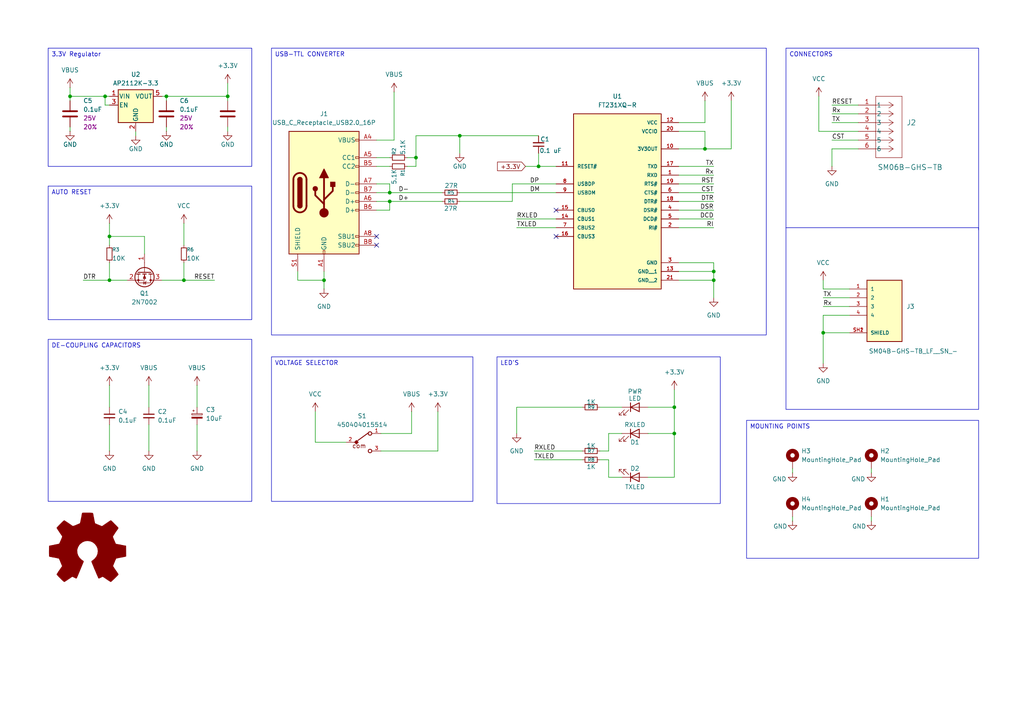
<source format=kicad_sch>
(kicad_sch (version 20250114) (generator "eeschema") (generator_version "9.0")
  (paper "A4")
  (title_block (title "USB-TTL Converter") (date "2025-06-29") (rev "0.1") (company "TeraVolt Labs"))
  (lib_symbols
    (symbol "450404015514:450404015514" (pin_names (offset 1.016))
      (property "Reference" "S" (at 2.14 4.11 0))
      (property "Value" "450404015514" (at -2.41 -5.12 0))
      (symbol "450404015514_0_0"
        (text "com" (at -3.3 -1.8 0) (effects (font (size 1.27 1.27)) (justify left bottom)))
        (pin passive line (at -5.08 0 0) (length 2.54) (name "~") (number "2"))
        (pin passive line (at 5.08 2.54 180) (length 2.54) (name "~") (number "1"))
        (pin passive line (at 5.08 -2.54 180) (length 2.54) (name "~") (number "3"))
      )
    )
    (symbol "Connector:USB_C_Receptacle_USB2.0_16P" (pin_names (offset 1.016))
      (property "Reference" "J" (at 0 22.225 0))
      (property "Value" "USB_C_Receptacle_USB2.0_16P" (at 0 19.685 0))
      (symbol "USB_C_Receptacle_USB2.0_16P_1_1"
        (pin passive line (at -7.62 -22.86 90) (length 5.08) (name "SHIELD") (number "S1"))
        (pin passive line (at 0 -22.86 90) (length 5.08) (name "GND") (number "A1"))
        (pin passive line (at 0 -22.86 90) (length 5.08) (hide yes) (name "GND") (number "A12"))
        (pin passive line (at 0 -22.86 90) (length 5.08) (hide yes) (name "GND") (number "B1"))
        (pin passive line (at 0 -22.86 90) (length 5.08) (hide yes) (name "GND") (number "B12"))
        (pin passive line (at 15.24 15.24 180) (length 5.08) (name "VBUS") (number "A4"))
        (pin passive line (at 15.24 15.24 180) (length 5.08) (hide yes) (name "VBUS") (number "A9"))
        (pin passive line (at 15.24 15.24 180) (length 5.08) (hide yes) (name "VBUS") (number "B4"))
        (pin passive line (at 15.24 15.24 180) (length 5.08) (hide yes) (name "VBUS") (number "B9"))
        (pin bidirectional line (at 15.24 10.16 180) (length 5.08) (name "CC1") (number "A5"))
        (pin bidirectional line (at 15.24 7.62 180) (length 5.08) (name "CC2") (number "B5"))
        (pin bidirectional line (at 15.24 2.54 180) (length 5.08) (name "D-") (number "A7"))
        (pin bidirectional line (at 15.24 0 180) (length 5.08) (name "D-") (number "B7"))
        (pin bidirectional line (at 15.24 -2.54 180) (length 5.08) (name "D+") (number "A6"))
        (pin bidirectional line (at 15.24 -5.08 180) (length 5.08) (name "D+") (number "B6"))
        (pin bidirectional line (at 15.24 -12.7 180) (length 5.08) (name "SBU1") (number "A8"))
        (pin bidirectional line (at 15.24 -15.24 180) (length 5.08) (name "SBU2") (number "B8"))
      )
    )
    (symbol "Device:C_Polarized_Small" (pin_numbers (hide yes)) (pin_names (offset 0.254) (hide yes))
      (property "Reference" "C" (at 0.254 1.778 0))
      (property "Value" "C_Polarized_Small" (at 0.254 -2.032 0))
      (symbol "C_Polarized_Small_1_1"
        (pin passive line (at 0 2.54 270) (length 1.8542) (name "~") (number "1"))
        (pin passive line (at 0 -2.54 90) (length 1.8542) (name "~") (number "2"))
      )
    )
    (symbol "Device:C_Small" (pin_numbers (hide yes)) (pin_names (offset 0.254) (hide yes))
      (property "Reference" "C" (at 0.254 1.778 0))
      (property "Value" "C_Small" (at 0.254 -2.032 0))
      (symbol "C_Small_1_1"
        (pin passive line (at 0 2.54 270) (length 2.032) (name "~") (number "1"))
        (pin passive line (at 0 -2.54 90) (length 2.032) (name "~") (number "2"))
      )
    )
    (symbol "Device:LED" (pin_numbers (hide yes)) (pin_names (offset 1.016) (hide yes))
      (property "Reference" "D" (at 0 2.54 0))
      (property "Value" "LED" (at 0 -2.54 0))
      (symbol "LED_1_1"
        (pin passive line (at -3.81 0 0) (length 2.54) (name "K") (number "1"))
        (pin passive line (at 3.81 0 180) (length 2.54) (name "A") (number "2"))
      )
    )
    (symbol "Device:R_Small" (pin_numbers (hide yes)) (pin_names (offset 0.254) (hide yes))
      (property "Reference" "R" (at 0 0 90))
      (property "Value" "R_Small" (at 1.778 0 90))
      (symbol "R_Small_1_1"
        (pin passive line (at 0 2.54 270) (length 0.762) (name "~") (number "1"))
        (pin passive line (at 0 -2.54 90) (length 0.762) (name "~") (number "2"))
      )
    )
    (symbol "FT231XQ-R:FT231XQ-R" (pin_names (offset 1.016))
      (property "Reference" "U" (at -12.7 23.622 0))
      (property "Value" "FT231XQ-R" (at -12.7 -30.48 0))
      (symbol "FT231XQ-R_0_0"
        (pin input line (at -17.78 7.62 0) (length 5.08) (name "RESET#") (number "11"))
        (pin bidirectional line (at -17.78 2.54 0) (length 5.08) (name "USBDP") (number "8"))
        (pin bidirectional line (at -17.78 0 0) (length 5.08) (name "USBDM") (number "9"))
        (pin bidirectional line (at -17.78 -5.08 0) (length 5.08) (name "CBUS0") (number "15"))
        (pin bidirectional line (at -17.78 -7.62 0) (length 5.08) (name "CBUS1") (number "14"))
        (pin bidirectional line (at -17.78 -10.16 0) (length 5.08) (name "CBUS2") (number "7"))
        (pin bidirectional line (at -17.78 -12.7 0) (length 5.08) (name "CBUS3") (number "16"))
        (pin power_in line (at 17.78 20.32 180) (length 5.08) (name "VCC") (number "12"))
        (pin power_in line (at 17.78 17.78 180) (length 5.08) (name "VCCIO") (number "20"))
        (pin output line (at 17.78 12.7 180) (length 5.08) (name "3V3OUT") (number "10"))
        (pin output line (at 17.78 7.62 180) (length 5.08) (name "TXD") (number "17"))
        (pin input line (at 17.78 5.08 180) (length 5.08) (name "RXD") (number "1"))
        (pin output line (at 17.78 2.54 180) (length 5.08) (name "RTS#") (number "19"))
        (pin input line (at 17.78 0 180) (length 5.08) (name "CTS#") (number "6"))
        (pin output line (at 17.78 -2.54 180) (length 5.08) (name "DTR#") (number "18"))
        (pin input line (at 17.78 -5.08 180) (length 5.08) (name "DSR#") (number "4"))
        (pin input line (at 17.78 -7.62 180) (length 5.08) (name "DCD#") (number "5"))
        (pin input line (at 17.78 -10.16 180) (length 5.08) (name "RI#") (number "2"))
        (pin power_in line (at 17.78 -20.32 180) (length 5.08) (name "GND") (number "3"))
        (pin power_in line (at 17.78 -22.86 180) (length 5.08) (name "GND__1") (number "13"))
        (pin power_in line (at 17.78 -25.4 180) (length 5.08) (name "GND__2") (number "21"))
      )
    )
    (symbol "Graphic:Logo_Open_Hardware_Large" (in_bom no) (on_board no))
    (symbol "Mechanical:MountingHole_Pad" (pin_numbers (hide yes)) (pin_names (offset 1.016) (hide yes)) (in_bom no)
      (property "Reference" "H" (at 0 6.35 0))
      (property "Value" "MountingHole_Pad" (at 0 4.445 0))
      (symbol "MountingHole_Pad_1_1"
        (pin input line (at 0 -2.54 90) (length 2.54) (name "1") (number "1"))
      )
    )
    (symbol "SM04B-GHS-TB_LF__SN_-:SM04B-GHS-TB_LF__SN_-" (pin_names (offset 1.016))
      (property "Reference" "J" (at -5.0802 7.6203 0))
      (property "Value" "SM04B-GHS-TB_LF__SN_-" (at -5.0859 -12.7147 0))
      (symbol "SM04B-GHS-TB_LF__SN_-_0_0"
        (pin passive line (at -10.16 5.08 0) (length 5.08) (name "1") (number "1"))
        (pin passive line (at -10.16 2.54 0) (length 5.08) (name "2") (number "2"))
        (pin passive line (at -10.16 0 0) (length 5.08) (name "3") (number "3"))
        (pin passive line (at -10.16 -2.54 0) (length 5.08) (name "4") (number "4"))
        (pin power_in line (at -10.16 -7.62 0) (length 5.08) (name "SHIELD") (number "SH1"))
        (pin power_in line (at -10.16 -7.62 0) (length 5.08) (name "SHIELD") (number "SH2"))
      )
    )
    (symbol "SM06B-GHS-TB:SM06B-GHS-TB" (pin_names (offset 0.254))
      (property "Reference" "J" (at 8.89 6.35 0))
      (property "Value" "SM06B-GHS-TB" (at 0 0 0))
      (symbol "SM06B-GHS-TB_1_1"
        (pin unspecified line (at 0 0 0) (length 5.08) (name "1") (number "1"))
        (pin unspecified line (at 0 -2.54 0) (length 5.08) (name "2") (number "2"))
        (pin unspecified line (at 0 -5.08 0) (length 5.08) (name "3") (number "3"))
        (pin unspecified line (at 0 -7.62 0) (length 5.08) (name "4") (number "4"))
        (pin unspecified line (at 0 -10.16 0) (length 5.08) (name "5") (number "5"))
        (pin unspecified line (at 0 -12.7 0) (length 5.08) (name "6") (number "6"))
      )
      (symbol "SM06B-GHS-TB_1_2"
        (pin unspecified line (at 0 0 0) (length 5.08) (name "1") (number "1"))
        (pin unspecified line (at 0 -2.54 0) (length 5.08) (name "2") (number "2"))
        (pin unspecified line (at 0 -5.08 0) (length 5.08) (name "3") (number "3"))
        (pin unspecified line (at 0 -7.62 0) (length 5.08) (name "4") (number "4"))
        (pin unspecified line (at 0 -10.16 0) (length 5.08) (name "5") (number "5"))
        (pin unspecified line (at 0 -12.7 0) (length 5.08) (name "6") (number "6"))
      )
    )
    (symbol "SparkFun-Capacitor:0.1uF_0603_25V_20%" (pin_numbers (hide yes)) (pin_names (offset 0.254))
      (property "Reference" "C" (at 0.635 2.54 0))
      (property "Value" "0.1uF" (at 0.635 -2.54 0))
      (property "Voltage" "25V" (at 0 -6.35 0))
      (property "Tolerance" "20%" (at 0 -8.89 0))
      (symbol "0.1uF_0603_25V_20%_1_1"
        (pin passive line (at 0 3.81 270) (length 2.794) (name "~") (number "1"))
        (pin passive line (at 0 -3.81 90) (length 2.794) (name "~") (number "2"))
      )
    )
    (symbol "SparkFun-Capacitor:1.0uF_0603_16V_10%" (pin_numbers (hide yes)) (pin_names (offset 0.254))
      (property "Reference" "C" (at 0.635 2.54 0))
      (property "Value" "1.0uF" (at 0.635 -2.54 0))
      (property "Voltage" "16V" (at 0 -6.35 0))
      (property "Tolerance" "10%" (at 0 -8.89 0))
      (symbol "1.0uF_0603_16V_10%_1_1"
        (pin passive line (at 0 3.81 270) (length 2.794) (name "~") (number "1"))
        (pin passive line (at 0 -3.81 90) (length 2.794) (name "~") (number "2"))
      )
    )
    (symbol "SparkFun-Regulator:AP2112K-3.3" (pin_names (offset 0.254))
      (property "Reference" "U3" (at 0 8.89 0))
      (property "Value" "AP2112K-3.3" (at 0 6.35 0))
      (symbol "AP2112K-3.3_1_1"
        (pin power_in line (at -7.62 2.54 0) (length 2.54) (name "VIN") (number "1"))
        (pin input line (at -7.62 0 0) (length 2.54) (name "EN") (number "3"))
        (pin power_in line (at 0 -7.62 90) (length 2.54) (name "GND") (number "2"))
        (pin no_connect line (at 5.08 0 180) (length 2.54) (hide yes) (name "NC") (number "4"))
        (pin power_out line (at 7.62 2.54 180) (length 2.54) (name "VOUT") (number "5"))
      )
    )
    (symbol "Transistor_FET:2N7002" (pin_names (hide yes))
      (property "Reference" "Q" (at 5.08 1.905 0))
      (property "Value" "2N7002" (at 5.08 0 0))
      (symbol "2N7002_1_1"
        (pin input line (at -5.08 0 0) (length 2.54) (name "G") (number "1"))
        (pin passive line (at 2.54 5.08 270) (length 2.54) (name "D") (number "3"))
        (pin passive line (at 2.54 -5.08 90) (length 2.54) (name "S") (number "2"))
      )
    )
    (symbol "power:+3.3V" (power) (pin_numbers (hide yes)) (pin_names (offset 0) (hide yes))
      (property "Value" "+3.3V" (at 0 3.556 0))
      (symbol "+3.3V_1_1"
        (pin power_in line (at 0 0 90) (length 0) (name "~") (number "1"))
      )
    )
    (symbol "power:GND" (power) (pin_numbers (hide yes)) (pin_names (offset 0) (hide yes))
      (property "Value" "GND" (at 0 -3.81 0))
      (symbol "GND_1_1"
        (pin power_in line (at 0 0 270) (length 0) (name "~") (number "1"))
      )
    )
    (symbol "power:VBUS" (power) (pin_numbers (hide yes)) (pin_names (offset 0) (hide yes))
      (property "Value" "VBUS" (at 0 3.556 0))
      (symbol "VBUS_1_1"
        (pin power_in line (at 0 0 90) (length 0) (name "~") (number "1"))
      )
    )
    (symbol "power:VCC" (power) (pin_numbers (hide yes)) (pin_names (offset 0) (hide yes))
      (property "Value" "VCC" (at 0 3.556 0))
      (symbol "VCC_1_1"
        (pin power_in line (at 0 0 90) (length 0) (name "~") (number "1"))
      )
    )
  )
  (text_box "AUTO RESET\n" (at 13.97 53.975 0) (size 59.055 38.735) (margins 0.9525 0.9525 0.9525 0.9525) (effects (font (size 1.27 1.27)) (justify left top)))
  (text_box "USB-TTL CONVERTER" (at 78.74 13.97 0) (size 143.51 83.185) (margins 0.9525 0.9525 0.9525 0.9525) (effects (font (size 1.27 1.27)) (justify left top)))
  (text_box "MOUNTING POINTS\n" (at 216.535 121.92 0) (size 67.31 40.005) (margins 0.9525 0.9525 0.9525 0.9525) (effects (font (size 1.27 1.27)) (justify left top)))
  (text_box "LED'S\n" (at 144.145 103.505 0) (size 64.77 42.545) (margins 0.9525 0.9525 0.9525 0.9525) (effects (font (size 1.27 1.27)) (justify left top)))
  (text_box "DE-COUPLING CAPACITORS" (at 13.97 98.425 0) (size 59.055 46.99) (margins 0.9525 0.9525 0.9525 0.9525) (effects (font (size 1.27 1.27)) (justify left top)))
  (text_box "3.3V Regulator" (at 13.97 13.97 0) (size 59.055 34.29) (margins 0.9525 0.9525 0.9525 0.9525) (effects (font (size 1.27 1.27)) (justify left top)))
  (text_box "CONNECTORS\n" (at 227.965 13.97 0) (size 55.88 104.775) (margins 0.9525 0.9525 0.9525 0.9525) (effects (font (size 1.27 1.27)) (justify left top)))
  (text_box "VOLTAGE SELECTOR\n" (at 78.74 103.505 0) (size 58.42 41.91) (margins 0.9525 0.9525 0.9525 0.9525) (effects (font (size 1.27 1.27)) (justify left top)))
  (junction (at 133.35 39.37))
  (junction (at 66.04 27.94))
  (junction (at 207.01 81.28))
  (junction (at 31.75 81.28))
  (junction (at 204.47 43.18))
  (junction (at 156.21 48.26))
  (junction (at 20.32 27.94))
  (junction (at 48.26 27.94))
  (junction (at 93.98 81.28))
  (junction (at 207.01 78.74))
  (junction (at 30.48 27.94))
  (junction (at 113.03 55.88))
  (junction (at 195.58 125.73))
  (junction (at 31.75 68.58))
  (junction (at 120.65 45.72))
  (junction (at 113.03 58.42))
  (junction (at 53.34 81.28))
  (junction (at 195.58 118.11))
  (junction (at 238.76 96.52))
  (no_connect (at 109.22 71.12))
  (no_connect (at 161.29 60.96))
  (no_connect (at 161.29 68.58))
  (no_connect (at 109.22 68.58))
  (wire (pts (xy 109.22 48.26) (xy 113.03 48.26)))
  (wire (pts (xy 204.47 29.21) (xy 204.47 35.56)))
  (wire (pts (xy 119.38 119.38) (xy 119.38 125.73)))
  (wire (pts (xy 241.3 48.26) (xy 241.3 43.18)))
  (wire (pts (xy 113.03 55.88) (xy 109.22 55.88)))
  (wire (pts (xy 196.85 50.8) (xy 207.01 50.8)))
  (wire (pts (xy 207.01 76.2) (xy 207.01 78.74)))
  (wire (pts (xy 252.73 149.86) (xy 252.73 151.13)))
  (wire (pts (xy 127 119.38) (xy 127 130.81)))
  (wire (pts (xy 53.34 76.2) (xy 53.34 81.28)))
  (wire (pts (xy 120.65 45.72) (xy 120.65 39.37)))
  (wire (pts (xy 133.35 39.37) (xy 133.35 44.45)))
  (polyline (pts (xy 227.965 66.04) (xy 283.845 66.04)))
  (wire (pts (xy 31.75 64.77) (xy 31.75 68.58)))
  (wire (pts (xy 149.86 118.11) (xy 149.86 125.73)))
  (wire (pts (xy 113.03 53.34) (xy 113.03 55.88)))
  (wire (pts (xy 196.85 78.74) (xy 207.01 78.74)))
  (wire (pts (xy 114.3 40.64) (xy 109.22 40.64)))
  (wire (pts (xy 195.58 138.43) (xy 195.58 125.73)))
  (wire (pts (xy 176.53 133.35) (xy 176.53 138.43)))
  (wire (pts (xy 241.3 43.18) (xy 248.92 43.18)))
  (wire (pts (xy 238.76 91.44) (xy 238.76 96.52)))
  (wire (pts (xy 196.85 48.26) (xy 207.01 48.26)))
  (wire (pts (xy 31.75 123.19) (xy 31.75 130.81)))
  (wire (pts (xy 252.73 135.89) (xy 252.73 137.16)))
  (wire (pts (xy 93.98 81.28) (xy 93.98 78.74)))
  (wire (pts (xy 196.85 76.2) (xy 207.01 76.2)))
  (wire (pts (xy 154.94 130.81) (xy 168.91 130.81)))
  (wire (pts (xy 237.49 38.1) (xy 248.92 38.1)))
  (wire (pts (xy 246.38 96.52) (xy 238.76 96.52)))
  (wire (pts (xy 246.38 91.44) (xy 238.76 91.44)))
  (wire (pts (xy 229.87 149.86) (xy 229.87 151.13)))
  (wire (pts (xy 48.26 27.94) (xy 48.26 29.21)))
  (wire (pts (xy 196.85 81.28) (xy 207.01 81.28)))
  (wire (pts (xy 238.76 88.9) (xy 246.38 88.9)))
  (wire (pts (xy 86.36 78.74) (xy 86.36 81.28)))
  (wire (pts (xy 176.53 138.43) (xy 180.34 138.43)))
  (wire (pts (xy 48.26 36.83) (xy 48.26 38.1)))
  (wire (pts (xy 109.22 53.34) (xy 113.03 53.34)))
  (wire (pts (xy 31.75 111.76) (xy 31.75 118.11)))
  (wire (pts (xy 196.85 58.42) (xy 207.01 58.42)))
  (wire (pts (xy 238.76 96.52) (xy 238.76 105.41)))
  (wire (pts (xy 118.11 45.72) (xy 120.65 45.72)))
  (wire (pts (xy 66.04 27.94) (xy 66.04 29.21)))
  (wire (pts (xy 20.32 27.94) (xy 20.32 29.21)))
  (wire (pts (xy 133.35 58.42) (xy 148.59 58.42)))
  (wire (pts (xy 176.53 130.81) (xy 173.99 130.81)))
  (wire (pts (xy 57.15 111.76) (xy 57.15 118.11)))
  (wire (pts (xy 20.32 36.83) (xy 20.32 38.1)))
  (wire (pts (xy 120.65 48.26) (xy 118.11 48.26)))
  (wire (pts (xy 207.01 66.04) (xy 196.85 66.04)))
  (wire (pts (xy 57.15 123.19) (xy 57.15 130.81)))
  (wire (pts (xy 62.23 81.28) (xy 53.34 81.28)))
  (wire (pts (xy 53.34 81.28) (xy 46.99 81.28)))
  (wire (pts (xy 176.53 125.73) (xy 176.53 130.81)))
  (wire (pts (xy 156.21 48.26) (xy 161.29 48.26)))
  (wire (pts (xy 196.85 35.56) (xy 204.47 35.56)))
  (wire (pts (xy 161.29 55.88) (xy 133.35 55.88)))
  (wire (pts (xy 241.3 30.48) (xy 248.92 30.48)))
  (wire (pts (xy 237.49 27.94) (xy 237.49 38.1)))
  (wire (pts (xy 31.75 76.2) (xy 31.75 81.28)))
  (wire (pts (xy 31.75 30.48) (xy 30.48 30.48)))
  (wire (pts (xy 152.4 48.26) (xy 156.21 48.26)))
  (wire (pts (xy 196.85 38.1) (xy 204.47 38.1)))
  (wire (pts (xy 41.91 68.58) (xy 31.75 68.58)))
  (wire (pts (xy 195.58 113.03) (xy 195.58 118.11)))
  (wire (pts (xy 180.34 125.73) (xy 176.53 125.73)))
  (wire (pts (xy 248.92 33.02) (xy 241.3 33.02)))
  (wire (pts (xy 149.86 63.5) (xy 161.29 63.5)))
  (wire (pts (xy 241.3 35.56) (xy 248.92 35.56)))
  (wire (pts (xy 204.47 43.18) (xy 212.09 43.18)))
  (wire (pts (xy 196.85 43.18) (xy 204.47 43.18)))
  (wire (pts (xy 43.18 111.76) (xy 43.18 118.11)))
  (wire (pts (xy 241.3 40.64) (xy 248.92 40.64)))
  (wire (pts (xy 48.26 27.94) (xy 66.04 27.94)))
  (wire (pts (xy 31.75 68.58) (xy 31.75 71.12)))
  (wire (pts (xy 127 130.81) (xy 110.49 130.81)))
  (wire (pts (xy 91.44 128.27) (xy 100.33 128.27)))
  (wire (pts (xy 196.85 55.88) (xy 207.01 55.88)))
  (wire (pts (xy 204.47 38.1) (xy 204.47 43.18)))
  (wire (pts (xy 196.85 63.5) (xy 207.01 63.5)))
  (wire (pts (xy 66.04 36.83) (xy 66.04 38.1)))
  (wire (pts (xy 86.36 81.28) (xy 93.98 81.28)))
  (wire (pts (xy 30.48 27.94) (xy 31.75 27.94)))
  (polyline (pts (xy 283.845 66.04) (xy 283.845 66.675)))
  (wire (pts (xy 91.44 119.38) (xy 91.44 128.27)))
  (wire (pts (xy 195.58 118.11) (xy 195.58 125.73)))
  (wire (pts (xy 238.76 83.82) (xy 246.38 83.82)))
  (wire (pts (xy 109.22 60.96) (xy 113.03 60.96)))
  (wire (pts (xy 109.22 58.42) (xy 113.03 58.42)))
  (wire (pts (xy 246.38 86.36) (xy 238.76 86.36)))
  (wire (pts (xy 187.96 125.73) (xy 195.58 125.73)))
  (wire (pts (xy 53.34 64.77) (xy 53.34 71.12)))
  (wire (pts (xy 229.87 135.89) (xy 229.87 137.16)))
  (wire (pts (xy 154.94 133.35) (xy 168.91 133.35)))
  (wire (pts (xy 39.37 38.1) (xy 39.37 39.37)))
  (wire (pts (xy 148.59 58.42) (xy 148.59 53.34)))
  (wire (pts (xy 46.99 27.94) (xy 48.26 27.94)))
  (wire (pts (xy 196.85 53.34) (xy 207.01 53.34)))
  (wire (pts (xy 113.03 58.42) (xy 128.27 58.42)))
  (wire (pts (xy 93.98 83.82) (xy 93.98 81.28)))
  (wire (pts (xy 238.76 81.28) (xy 238.76 83.82)))
  (wire (pts (xy 173.99 133.35) (xy 176.53 133.35)))
  (wire (pts (xy 119.38 125.73) (xy 110.49 125.73)))
  (wire (pts (xy 207.01 81.28) (xy 207.01 86.36)))
  (wire (pts (xy 133.35 39.37) (xy 156.21 39.37)))
  (wire (pts (xy 109.22 45.72) (xy 113.03 45.72)))
  (wire (pts (xy 148.59 53.34) (xy 161.29 53.34)))
  (wire (pts (xy 212.09 29.21) (xy 212.09 43.18)))
  (wire (pts (xy 31.75 81.28) (xy 36.83 81.28)))
  (wire (pts (xy 113.03 60.96) (xy 113.03 58.42)))
  (wire (pts (xy 24.13 81.28) (xy 31.75 81.28)))
  (wire (pts (xy 173.99 118.11) (xy 180.34 118.11)))
  (wire (pts (xy 196.85 60.96) (xy 207.01 60.96)))
  (wire (pts (xy 156.21 44.45) (xy 156.21 48.26)))
  (wire (pts (xy 128.27 55.88) (xy 113.03 55.88)))
  (wire (pts (xy 20.32 25.4) (xy 20.32 27.94)))
  (wire (pts (xy 149.86 66.04) (xy 161.29 66.04)))
  (wire (pts (xy 66.04 24.13) (xy 66.04 27.94)))
  (wire (pts (xy 43.18 123.19) (xy 43.18 130.81)))
  (wire (pts (xy 187.96 138.43) (xy 195.58 138.43)))
  (wire (pts (xy 20.32 27.94) (xy 30.48 27.94)))
  (wire (pts (xy 207.01 78.74) (xy 207.01 81.28)))
  (wire (pts (xy 120.65 39.37) (xy 133.35 39.37)))
  (wire (pts (xy 187.96 118.11) (xy 195.58 118.11)))
  (wire (pts (xy 149.86 118.11) (xy 168.91 118.11)))
  (wire (pts (xy 30.48 27.94) (xy 30.48 30.48)))
  (wire (pts (xy 114.3 26.67) (xy 114.3 40.64)))
  (wire (pts (xy 120.65 48.26) (xy 120.65 45.72)))
  (wire (pts (xy 41.91 73.66) (xy 41.91 68.58)))
  (label "CST" (at 241.3 40.64 0))
  (label "TX" (at 238.76 86.36 0))
  (label "RST" (at 207.01 53.34 180))
  (label "D-" (at 115.57 55.88 0))
  (label "CST" (at 207.01 55.88 180))
  (label "RESET" (at 62.23 81.28 180))
  (label "TXLED" (at 149.86 66.04 0))
  (label "DCD" (at 207.01 63.5 180))
  (label "TX" (at 241.3 35.56 0))
  (label "RXLED" (at 154.94 130.81 0))
  (label "Rx" (at 207.01 50.8 180))
  (label "Rx" (at 238.76 88.9 0))
  (label "DTR" (at 207.01 58.42 180))
  (label "DSR" (at 207.01 60.96 180))
  (label "D+" (at 115.57 58.42 0))
  (label "TXLED" (at 154.94 133.35 0))
  (label "TX" (at 207.01 48.26 180))
  (label "RXLED" (at 149.86 63.5 0))
  (label "RI" (at 207.01 66.04 180))
  (label "RESET" (at 241.3 30.48 0))
  (label "DP" (at 153.67 53.34 0))
  (label "DM" (at 153.67 55.88 0))
  (label "DTR" (at 24.13 81.28 0))
  (label "Rx" (at 241.3 33.02 0))
  (global_label "+3.3V" (shape input) (at 152.4 48.26 180) (property "Intersheetrefs" "${INTERSHEET_REFS}" (effects (hide yes))))
  (symbol (lib_id "Device:LED") (at 184.15 138.43 0) (mirror x) (unit 1)
    (property "Reference" "D2" (at 184.15 135.89 0))
    (property "Value" "TXLED" (at 184.15 141.224 0))
    (property "Footprint" "LED_SMD:LED_0603_1608Metric" (effects (hide yes)))
    (property "Description" "Light emitting diode" (effects (hide yes)))
    (property "Sim.Pins" "1=K 2=A" (effects (hide yes)))
  )
  (symbol (lib_id "power:+3.3V") (at 127 119.38 0) (unit 1)
    (property "Reference" "#PWR015" (effects (hide yes)))
    (property "Value" "+3.3V" (at 127 114.3 0))
    (property "Description" "Power symbol creates a global label with name \"+3.3V\"" (effects (hide yes)))
  )
  (symbol (lib_id "power:GND") (at 241.3 48.26 0) (unit 1)
    (property "Reference" "#PWR017" (effects (hide yes)))
    (property "Value" "GND" (at 241.3 53.34 0))
    (property "Description" "Power symbol creates a global label with name \"GND\" , ground" (effects (hide yes)))
  )
  (symbol (lib_id "power:VCC") (at 53.34 64.77 0) (unit 1)
    (property "Reference" "#PWR07" (effects (hide yes)))
    (property "Value" "VCC" (at 53.34 59.69 0))
    (property "Description" "Power symbol creates a global label with name \"VCC\"" (effects (hide yes)))
  )
  (symbol (lib_id "Device:C_Polarized_Small") (at 57.15 120.65 0) (unit 1)
    (property "Reference" "C3" (at 59.69 118.8338 0) (effects (justify left)))
    (property "Value" "10uF" (at 59.69 121.3738 0) (effects (justify left)))
    (property "Footprint" "Capacitor_SMD:C_0805_2012Metric" (effects (hide yes)))
    (property "Description" "Polarized capacitor, small symbol" (effects (hide yes)))
  )
  (symbol (lib_id "power:+3.3V") (at 31.75 111.76 0) (unit 1)
    (property "Reference" "#PWR020" (effects (hide yes)))
    (property "Value" "+3.3V" (at 31.75 106.68 0))
    (property "Description" "Power symbol creates a global label with name \"+3.3V\"" (effects (hide yes)))
  )
  (symbol (lib_id "FT231XQ-R:FT231XQ-R") (at 179.07 55.88 0) (unit 1)
    (property "Reference" "U1" (at 179.07 27.94 0))
    (property "Value" "FT231XQ-R" (at 179.07 30.48 0))
    (property "Footprint" "FT231XQ-R:QFN50P400X400X80-21N" (effects (hide yes)))
    (property "SNAPEDA_PACKAGE_ID" "7742" (effects (hide yes)))
    (property "B_NOM" "0.25" (effects (hide yes)))
    (property "D_MAX" "4.0" (effects (hide yes)))
    (property "PIN_COUNT_D" "5.0" (effects (hide yes)))
    (property "B_MIN" "0.2" (effects (hide yes)))
    (property "B_MAX" "0.3" (effects (hide yes)))
    (property "ENOM" "0.5" (effects (hide yes)))
    (property "D_NOM" "4.0" (effects (hide yes)))
    (property "L_MAX" "0.5" (effects (hide yes)))
    (property "A_MAX" "0.8" (effects (hide yes)))
    (property "E2_NOM" "2.0" (effects (hide yes)))
    (property "STANDARD" "IPC 7351B" (effects (hide yes)))
    (property "PARTREV" "1.2" (effects (hide yes)))
    (property "E_NOM" "4.0" (effects (hide yes)))
    (property "D2_NOM" "2.0" (effects (hide yes)))
    (property "L_NOM" "0.4" (effects (hide yes)))
    (property "MANUFACTURER" "FTDI, Future" (effects (hide yes)))
    (property "PIN_COUNT_E" "5.0" (effects (hide yes)))
    (property "E_MIN" "4.0" (effects (hide yes)))
    (property "D_MIN" "4.0" (effects (hide yes)))
    (property "L_MIN" "0.3" (effects (hide yes)))
    (property "E_MAX" "4.0" (effects (hide yes)))
  )
  (symbol (lib_id "Mechanical:MountingHole_Pad") (at 229.87 147.32 0) (unit 1) (in_bom no)
    (property "Reference" "H4" (at 232.41 144.7799 0) (effects (justify left)))
    (property "Value" "MountingHole_Pad" (at 232.41 147.3199 0) (effects (justify left)))
    (property "Footprint" "MountingHole:MountingHole_3.2mm_M3_DIN965_Pad" (effects (hide yes)))
    (property "Description" "Mounting Hole with connection" (effects (hide yes)))
  )
  (symbol (lib_id "Connector:USB_C_Receptacle_USB2.0_16P") (at 93.98 55.88 0) (unit 1)
    (property "Reference" "J1" (at 93.98 33.02 0))
    (property "Value" "USB_C_Receptacle_USB2.0_16P" (at 93.98 35.56 0))
    (property "Footprint" "Connector_USB:USB_C_Receptacle_G-Switch_GT-USB-7010ASV" (effects (hide yes)))
    (property "Datasheet" "https://www.usb.org/sites/default/files/documents/usb_type-c.zip" (effects (hide yes)))
    (property "Description" "USB 2.0-only 16P Type-C Receptacle connector" (effects (hide yes)))
  )
  (symbol (lib_id "Graphic:Logo_Open_Hardware_Large") (at 25.4 160.02 0) (unit 1) (exclude_from_sim yes) (in_bom no) (on_board no)
    (property "Reference" "#SYM1" (effects (hide yes)))
    (property "Value" "Logo_Open_Hardware_Large" (effects (hide yes)))
    (property "Description" "Open Hardware logo, large" (effects (hide yes)))
  )
  (symbol (lib_id "power:VBUS") (at 57.15 111.76 0) (unit 1)
    (property "Reference" "#PWR011" (effects (hide yes)))
    (property "Value" "VBUS" (at 57.15 106.68 0))
    (property "Description" "Power symbol creates a global label with name \"VBUS\"" (effects (hide yes)))
  )
  (symbol (lib_id "power:+3.3V") (at 66.04 24.13 0) (unit 1)
    (property "Reference" "#PWR028" (effects (hide yes)))
    (property "Value" "+3.3V" (at 66.04 19.05 0))
    (property "Description" "Power symbol creates a global label with name \"+3.3V\"" (effects (hide yes)))
  )
  (symbol (lib_id "power:VCC") (at 91.44 119.38 0) (unit 1)
    (property "Reference" "#PWR013" (effects (hide yes)))
    (property "Value" "VCC" (at 91.44 114.3 0))
    (property "Description" "Power symbol creates a global label with name \"VCC\"" (effects (hide yes)))
  )
  (symbol (lib_id "Transistor_FET:2N7002") (at 41.91 78.74 270) (unit 1)
    (property "Reference" "Q1" (at 41.91 85.09 90))
    (property "Value" "2N7002" (at 41.91 87.63 90))
    (property "Footprint" "Package_TO_SOT_SMD:SOT-23" (effects (hide yes)))
    (property "Datasheet" "https://www.onsemi.com/pub/Collateral/NDS7002A-D.PDF" (effects (hide yes)))
    (property "Description" "0.115A Id, 60V Vds, N-Channel MOSFET, SOT-23" (effects (hide yes)))
  )
  (symbol (lib_id "Device:R_Small") (at 130.81 55.88 90) (unit 1)
    (property "Reference" "R5" (at 131.826 55.88 90) (effects (font (size 1.016 1.016)) (justify left)))
    (property "Value" "27R" (at 132.842 53.848 90) (effects (justify left)))
    (property "Footprint" "Resistor_SMD:R_0603_1608Metric" (effects (hide yes)))
    (property "Description" "Resistor, small symbol" (effects (hide yes)))
  )
  (symbol (lib_id "power:GND") (at 93.98 83.82 0) (unit 1)
    (property "Reference" "#PWR02" (effects (hide yes)))
    (property "Value" "GND" (at 93.98 88.9 0))
    (property "Description" "Power symbol creates a global label with name \"GND\" , ground" (effects (hide yes)))
  )
  (symbol (lib_id "power:GND") (at 66.04 38.1 0) (unit 1)
    (property "Reference" "#PWR0105" (effects (hide yes)))
    (property "Value" "GND" (at 66.04 41.91 0))
    (property "Description" "Power symbol creates a global label with name \"GND\" , ground" (effects (hide yes)))
  )
  (symbol (lib_id "power:GND") (at 48.26 38.1 0) (unit 1)
    (property "Reference" "#PWR0101" (effects (hide yes)))
    (property "Value" "GND" (at 48.26 41.91 0))
    (property "Description" "Power symbol creates a global label with name \"GND\" , ground" (effects (hide yes)))
  )
  (symbol (lib_id "power:GND") (at 207.01 86.36 0) (unit 1)
    (property "Reference" "#PWR05" (effects (hide yes)))
    (property "Value" "GND" (at 207.01 91.44 0))
    (property "Description" "Power symbol creates a global label with name \"GND\" , ground" (effects (hide yes)))
  )
  (symbol (lib_id "power:VCC") (at 237.49 27.94 0) (unit 1)
    (property "Reference" "#PWR016" (effects (hide yes)))
    (property "Value" "VCC" (at 237.49 22.86 0))
    (property "Description" "Power symbol creates a global label with name \"VCC\"" (effects (hide yes)))
  )
  (symbol (lib_id "power:GND") (at 20.32 38.1 0) (unit 1)
    (property "Reference" "#PWR0103" (effects (hide yes)))
    (property "Value" "GND" (at 20.32 41.91 0))
    (property "Description" "Power symbol creates a global label with name \"GND\" , ground" (effects (hide yes)))
  )
  (symbol (lib_id "SparkFun-Regulator:AP2112K-3.3") (at 39.37 30.48 0) (unit 1)
    (property "Reference" "U2" (at 39.37 21.59 0))
    (property "Value" "AP2112K-3.3" (at 39.37 24.13 0))
    (property "Footprint" "Package_TO_SOT_SMD:SOT-23-5_HandSoldering" (effects (hide yes)))
    (property "Datasheet" "https://www.diodes.com/assets/Datasheets/AP2112.pdf" (effects (hide yes)))
    (property "Description" "600mA low dropout linear regulator, with enable pin, 3.8V-6V input voltage range, 3.3V fixed positive output, SOT-23-5" (effects (hide yes)))
    (property "PROD_ID" "VREG-12457" (effects (hide yes)))
    (property "VMax" "6V" (effects (hide yes)))
    (property "Imax" "600mA" (effects (hide yes)))
    (property "Iq" "55µA" (effects (hide yes)))
  )
  (symbol (lib_id "Device:R_Small") (at 171.45 118.11 90) (unit 1)
    (property "Reference" "R9" (at 171.45 118.11 90) (effects (font (size 1.016 1.016))))
    (property "Value" "1K" (at 171.45 116.586 90))
    (property "Footprint" "Resistor_SMD:R_0603_1608Metric" (effects (hide yes)))
    (property "Description" "Resistor, small symbol" (effects (hide yes)))
  )
  (symbol (lib_id "Device:R_Small") (at 115.57 45.72 90) (unit 1)
    (property "Reference" "R2" (at 114.3 44.958 0) (effects (font (size 1.016 1.016)) (justify left)))
    (property "Value" "5.1K" (at 116.84 44.958 0) (effects (justify left)))
    (property "Footprint" "Resistor_SMD:R_0603_1608Metric" (effects (hide yes)))
    (property "Description" "Resistor, small symbol" (effects (hide yes)))
  )
  (symbol (lib_id "Device:LED") (at 184.15 118.11 0) (unit 1)
    (property "Reference" "PWR" (at 184.15 113.538 0))
    (property "Value" "LED" (at 184.15 115.57 0))
    (property "Footprint" "LED_SMD:LED_0603_1608Metric" (effects (hide yes)))
    (property "Description" "Light emitting diode" (effects (hide yes)))
    (property "Sim.Pins" "1=K 2=A" (effects (hide yes)))
  )
  (symbol (lib_id "power:GND") (at 57.15 130.81 0) (unit 1)
    (property "Reference" "#PWR012" (effects (hide yes)))
    (property "Value" "GND" (at 57.15 135.89 0))
    (property "Description" "Power symbol creates a global label with name \"GND\" , ground" (effects (hide yes)))
  )
  (symbol (lib_id "power:GND") (at 252.73 151.13 0) (unit 1)
    (property "Reference" "#PWR024" (effects (hide yes)))
    (property "Value" "GND" (at 249.174 152.654 0))
    (property "Description" "Power symbol creates a global label with name \"GND\" , ground" (effects (hide yes)))
  )
  (symbol (lib_id "power:VBUS") (at 204.47 29.21 0) (unit 1)
    (property "Reference" "#PWR04" (effects (hide yes)))
    (property "Value" "VBUS" (at 204.47 24.13 0))
    (property "Description" "Power symbol creates a global label with name \"VBUS\"" (effects (hide yes)))
  )
  (symbol (lib_id "power:GND") (at 39.37 39.37 0) (unit 1)
    (property "Reference" "#PWR0102" (effects (hide yes)))
    (property "Value" "GND" (at 39.37 43.18 0))
    (property "Description" "Power symbol creates a global label with name \"GND\" , ground" (effects (hide yes)))
  )
  (symbol (lib_id "Device:R_Small") (at 31.75 73.66 0) (unit 1)
    (property "Reference" "R3" (at 32.512 72.39 0) (effects (font (size 1.016 1.016)) (justify left)))
    (property "Value" "10K" (at 32.512 74.93 0) (effects (justify left)))
    (property "Footprint" "Resistor_SMD:R_0603_1608Metric" (effects (hide yes)))
    (property "Description" "Resistor, small symbol" (effects (hide yes)))
  )
  (symbol (lib_id "Device:C_Small") (at 31.75 120.65 0) (unit 1)
    (property "Reference" "C4" (at 34.29 119.3862 0) (effects (justify left)))
    (property "Value" "0.1uF" (at 34.29 121.9262 0) (effects (justify left)))
    (property "Footprint" "Capacitor_SMD:C_0603_1608Metric" (effects (hide yes)))
    (property "Description" "Unpolarized capacitor, small symbol" (effects (hide yes)))
  )
  (symbol (lib_id "Mechanical:MountingHole_Pad") (at 252.73 147.32 0) (unit 1) (in_bom no)
    (property "Reference" "H1" (at 255.27 144.7799 0) (effects (justify left)))
    (property "Value" "MountingHole_Pad" (at 255.27 147.3199 0) (effects (justify left)))
    (property "Footprint" "MountingHole:MountingHole_3.2mm_M3_DIN965_Pad" (effects (hide yes)))
    (property "Description" "Mounting Hole with connection" (effects (hide yes)))
  )
  (symbol (lib_id "power:GND") (at 238.76 105.41 0) (unit 1)
    (property "Reference" "#PWR019" (effects (hide yes)))
    (property "Value" "GND" (at 238.76 110.49 0))
    (property "Description" "Power symbol creates a global label with name \"GND\" , ground" (effects (hide yes)))
  )
  (symbol (lib_id "power:+3.3V") (at 31.75 64.77 0) (unit 1)
    (property "Reference" "#PWR06" (effects (hide yes)))
    (property "Value" "+3.3V" (at 31.75 59.69 0))
    (property "Description" "Power symbol creates a global label with name \"+3.3V\"" (effects (hide yes)))
  )
  (symbol (lib_id "power:GND") (at 31.75 130.81 0) (unit 1)
    (property "Reference" "#PWR021" (effects (hide yes)))
    (property "Value" "GND" (at 31.75 135.89 0))
    (property "Description" "Power symbol creates a global label with name \"GND\" , ground" (effects (hide yes)))
  )
  (symbol (lib_id "Device:R_Small") (at 130.81 58.42 270) (unit 1)
    (property "Reference" "R4" (at 129.794 58.42 90) (effects (font (size 1.016 1.016)) (justify left)))
    (property "Value" "27R" (at 128.778 60.452 90) (effects (justify left)))
    (property "Footprint" "Resistor_SMD:R_0603_1608Metric" (effects (hide yes)))
    (property "Description" "Resistor, small symbol" (effects (hide yes)))
  )
  (symbol (lib_id "power:VCC") (at 238.76 81.28 0) (unit 1)
    (property "Reference" "#PWR018" (effects (hide yes)))
    (property "Value" "VCC" (at 238.76 76.2 0))
    (property "Description" "Power symbol creates a global label with name \"VCC\"" (effects (hide yes)))
  )
  (symbol (lib_id "SM06B-GHS-TB:SM06B-GHS-TB") (at 248.92 30.48 0) (unit 1)
    (property "Reference" "J2" (at 262.89 35.5599 0) (effects (font (size 1.524 1.524)) (justify left)))
    (property "Value" "SM06B-GHS-TB" (at 254.508 48.514 0) (effects (font (size 1.524 1.524)) (justify left)))
    (property "Footprint" "Connector_JST:JST_GH_BM06B-GHS-TBT_1x06-1MP_P1.25mm_Vertical" (effects (hide yes)))
    (property "Datasheet" "SM06B-GHS-TB" (effects (hide yes)))
  )
  (symbol (lib_id "power:GND") (at 43.18 130.81 0) (unit 1)
    (property "Reference" "#PWR010" (effects (hide yes)))
    (property "Value" "GND" (at 43.18 135.89 0))
    (property "Description" "Power symbol creates a global label with name \"GND\" , ground" (effects (hide yes)))
  )
  (symbol (lib_id "power:GND") (at 133.35 44.45 0) (unit 1)
    (property "Reference" "#PWR01" (effects (hide yes)))
    (property "Value" "GND" (at 133.35 48.26 0))
    (property "Description" "Power symbol creates a global label with name \"GND\" , ground" (effects (hide yes)))
  )
  (symbol (lib_id "SparkFun-Capacitor:0.1uF_0603_25V_20%") (at 20.32 33.02 0) (unit 1)
    (property "Reference" "C5" (at 24.13 29.21 0) (effects (justify left)))
    (property "Value" "0.1uF" (at 24.13 31.75 0) (effects (justify left)))
    (property "Footprint" "Capacitor_SMD:C_0603_1608Metric" (effects (hide yes)))
    (property "Datasheet" "https://cdn.sparkfun.com/assets/8/a/4/a/5/Kemet_Capacitor_Datasheet.pdf" (effects (hide yes)))
    (property "Description" "Unpolarized capacitor" (effects (hide yes)))
    (property "PROD_ID" "CAP-00810" (effects (hide yes)))
    (property "Voltage" "25V" (at 24.13 34.29 0) (effects (justify left)))
    (property "Tolerance" "20%" (at 24.13 36.83 0) (effects (justify left)))
  )
  (symbol (lib_id "power:VBUS") (at 20.32 25.4 0) (unit 1)
    (property "Reference" "#PWR027" (effects (hide yes)))
    (property "Value" "VBUS" (at 20.32 20.32 0))
    (property "Description" "Power symbol creates a global label with name \"VBUS\"" (effects (hide yes)))
  )
  (symbol (lib_id "Device:R_Small") (at 171.45 133.35 90) (unit 1)
    (property "Reference" "R8" (at 171.45 133.35 90) (effects (font (size 1.016 1.016))))
    (property "Value" "1K" (at 171.45 135.382 90))
    (property "Footprint" "Resistor_SMD:R_0603_1608Metric" (effects (hide yes)))
    (property "Description" "Resistor, small symbol" (effects (hide yes)))
  )
  (symbol (lib_id "SparkFun-Capacitor:1.0uF_0603_16V_10%") (at 66.04 33.02 0) (unit 1)
    (property "Reference" "C7" (effects (hide yes)))
    (property "Value" "1.0uF" (effects (hide yes)))
    (property "Footprint" "Capacitor_SMD:C_0603_1608Metric" (effects (hide yes)))
    (property "Datasheet" "https://cdn.sparkfun.com/assets/8/a/4/a/5/Kemet_Capacitor_Datasheet.pdf" (effects (hide yes)))
    (property "Description" "Unpolarized capacitor" (effects (hide yes)))
    (property "PROD_ID" "CAP-13930" (effects (hide yes)))
    (property "Voltage" "16V" (effects (hide yes)))
    (property "Tolerance" "10%" (effects (hide yes)))
  )
  (symbol (lib_id "Device:C_Small") (at 156.21 41.91 180) (unit 1)
    (property "Reference" "C1" (at 156.718 40.386 0) (effects (justify right)))
    (property "Value" "0.1 uF" (at 156.464 43.688 0) (effects (justify right)))
    (property "Footprint" "Capacitor_SMD:C_0603_1608Metric" (effects (hide yes)))
    (property "Description" "Unpolarized capacitor, small symbol" (effects (hide yes)))
  )
  (symbol (lib_id "Device:R_Small") (at 115.57 48.26 270) (unit 1)
    (property "Reference" "R1" (at 116.84 49.022 0) (effects (font (size 1.016 1.016)) (justify left)))
    (property "Value" "5.1K" (at 114.3 49.022 0) (effects (justify left)))
    (property "Footprint" "Resistor_SMD:R_0603_1608Metric" (effects (hide yes)))
    (property "Description" "Resistor, small symbol" (effects (hide yes)))
  )
  (symbol (lib_id "power:GND") (at 229.87 151.13 0) (unit 1)
    (property "Reference" "#PWR026" (effects (hide yes)))
    (property "Value" "GND" (at 226.314 152.654 0))
    (property "Description" "Power symbol creates a global label with name \"GND\" , ground" (effects (hide yes)))
  )
  (symbol (lib_id "Device:C_Small") (at 43.18 120.65 0) (unit 1)
    (property "Reference" "C2" (at 45.72 119.3862 0) (effects (justify left)))
    (property "Value" "0.1uF" (at 45.72 121.9262 0) (effects (justify left)))
    (property "Footprint" "Capacitor_SMD:C_0603_1608Metric" (effects (hide yes)))
    (property "Description" "Unpolarized capacitor, small symbol" (effects (hide yes)))
  )
  (symbol (lib_id "power:GND") (at 229.87 137.16 0) (unit 1)
    (property "Reference" "#PWR025" (effects (hide yes)))
    (property "Value" "GND" (at 226.06 138.938 0))
    (property "Description" "Power symbol creates a global label with name \"GND\" , ground" (effects (hide yes)))
  )
  (symbol (lib_id "Device:R_Small") (at 53.34 73.66 0) (unit 1)
    (property "Reference" "R6" (at 54.102 72.39 0) (effects (font (size 1.016 1.016)) (justify left)))
    (property "Value" "10K" (at 54.102 74.93 0) (effects (justify left)))
    (property "Footprint" "Resistor_SMD:R_0603_1608Metric" (effects (hide yes)))
    (property "Description" "Resistor, small symbol" (effects (hide yes)))
  )
  (symbol (lib_id "Device:R_Small") (at 171.45 130.81 90) (unit 1)
    (property "Reference" "R7" (at 171.45 130.81 90) (effects (font (size 1.016 1.016))))
    (property "Value" "1K" (at 171.45 129.286 90))
    (property "Footprint" "Resistor_SMD:R_0603_1608Metric" (effects (hide yes)))
    (property "Description" "Resistor, small symbol" (effects (hide yes)))
  )
  (symbol (lib_id "450404015514:450404015514") (at 105.41 128.27 0) (unit 1)
    (property "Reference" "S1" (at 105.03 120.65 0))
    (property "Value" "450404015514" (at 105.03 123.19 0))
    (property "Footprint" "450404015514:450404015514" (effects (hide yes)))
  )
  (symbol (lib_id "power:GND") (at 252.73 137.16 0) (unit 1)
    (property "Reference" "#PWR023" (effects (hide yes)))
    (property "Value" "GND" (at 248.92 138.938 0))
    (property "Description" "Power symbol creates a global label with name \"GND\" , ground" (effects (hide yes)))
  )
  (symbol (lib_id "SparkFun-Capacitor:0.1uF_0603_25V_20%") (at 48.26 33.02 0) (unit 1)
    (property "Reference" "C6" (at 52.07 29.21 0) (effects (justify left)))
    (property "Value" "0.1uF" (at 52.07 31.75 0) (effects (justify left)))
    (property "Footprint" "Capacitor_SMD:C_0603_1608Metric" (effects (hide yes)))
    (property "Datasheet" "https://cdn.sparkfun.com/assets/8/a/4/a/5/Kemet_Capacitor_Datasheet.pdf" (effects (hide yes)))
    (property "Description" "Unpolarized capacitor" (effects (hide yes)))
    (property "PROD_ID" "CAP-00810" (effects (hide yes)))
    (property "Voltage" "25V" (at 52.07 34.29 0) (effects (justify left)))
    (property "Tolerance" "20%" (at 52.07 36.83 0) (effects (justify left)))
  )
  (symbol (lib_id "power:VBUS") (at 114.3 26.67 0) (unit 1)
    (property "Reference" "#PWR03" (effects (hide yes)))
    (property "Value" "VBUS" (at 114.3 21.59 0))
    (property "Description" "Power symbol creates a global label with name \"VBUS\"" (effects (hide yes)))
  )
  (symbol (lib_id "power:+3.3V") (at 195.58 113.03 0) (unit 1)
    (property "Reference" "#PWR022" (effects (hide yes)))
    (property "Value" "+3.3V" (at 195.58 107.95 0))
    (property "Description" "Power symbol creates a global label with name \"+3.3V\"" (effects (hide yes)))
  )
  (symbol (lib_id "SM04B-GHS-TB_LF__SN_-:SM04B-GHS-TB_LF__SN_-") (at 256.54 88.9 0) (unit 1)
    (property "Reference" "J3" (at 262.89 88.8999 0) (effects (justify left)))
    (property "Value" "SM04B-GHS-TB_LF__SN_-" (at 251.968 101.854 0) (effects (justify left)))
    (property "Footprint" "Connector_JST:JST_GH_SM04B-GHS-TB_1x04-1MP_P1.25mm_Horizontal" (effects (hide yes)))
    (property "MF" "JST Sales America Inc." (effects (hide yes)))
    (property "Description_1" "Connector Header Surface Mount, Right Angle 4 position 0.049 (1.25mm)" (effects (hide yes)))
    (property "Package" "None" (effects (hide yes)))
    (property "Price" "None" (effects (hide yes)))
    (property "Check_prices" "https://www.snapeda.com/parts/SM04B-GHS-TB(LF)(SN)/JST/view-part/?ref=eda" (effects (hide yes)))
    (property "STANDARD" "Manufacturer Recommendations" (effects (hide yes)))
    (property "PARTREV" "NA" (effects (hide yes)))
    (property "SnapEDA_Link" "https://www.snapeda.com/parts/SM04B-GHS-TB(LF)(SN)/JST/view-part/?ref=snap" (effects (hide yes)))
    (property "MP" "SM04B-GHS-TB(LF)(SN)" (effects (hide yes)))
    (property "Availability" "In Stock" (effects (hide yes)))
    (property "MANUFACTURER" "JHS" (effects (hide yes)))
  )
  (symbol (lib_id "Device:LED") (at 184.15 125.73 0) (unit 1)
    (property "Reference" "D1" (at 184.15 128.27 0))
    (property "Value" "RXLED" (at 184.15 123.19 0))
    (property "Footprint" "LED_SMD:LED_0603_1608Metric" (effects (hide yes)))
    (property "Description" "Light emitting diode" (effects (hide yes)))
    (property "Sim.Pins" "1=K 2=A" (effects (hide yes)))
  )
  (symbol (lib_id "power:GND") (at 149.86 125.73 0) (unit 1)
    (property "Reference" "#PWR029" (effects (hide yes)))
    (property "Value" "GND" (at 149.86 130.81 0))
    (property "Description" "Power symbol creates a global label with name \"GND\" , ground" (effects (hide yes)))
  )
  (symbol (lib_id "power:VBUS") (at 119.38 119.38 0) (unit 1)
    (property "Reference" "#PWR014" (effects (hide yes)))
    (property "Value" "VBUS" (at 119.38 114.3 0))
    (property "Description" "Power symbol creates a global label with name \"VBUS\"" (effects (hide yes)))
  )
  (symbol (lib_id "Mechanical:MountingHole_Pad") (at 229.87 133.35 0) (unit 1) (in_bom no)
    (property "Reference" "H3" (at 232.41 130.8099 0) (effects (justify left)))
    (property "Value" "MountingHole_Pad" (at 232.41 133.3499 0) (effects (justify left)))
    (property "Footprint" "MountingHole:MountingHole_3.2mm_M3_DIN965_Pad" (effects (hide yes)))
    (property "Description" "Mounting Hole with connection" (effects (hide yes)))
  )
  (symbol (lib_id "power:VBUS") (at 43.18 111.76 0) (unit 1)
    (property "Reference" "#PWR09" (effects (hide yes)))
    (property "Value" "VBUS" (at 43.18 106.68 0))
    (property "Description" "Power symbol creates a global label with name \"VBUS\"" (effects (hide yes)))
  )
  (symbol (lib_id "Mechanical:MountingHole_Pad") (at 252.73 133.35 0) (unit 1) (in_bom no)
    (property "Reference" "H2" (at 255.27 130.8099 0) (effects (justify left)))
    (property "Value" "MountingHole_Pad" (at 255.27 133.3499 0) (effects (justify left)))
    (property "Footprint" "MountingHole:MountingHole_3.2mm_M3_DIN965_Pad" (effects (hide yes)))
    (property "Description" "Mounting Hole with connection" (effects (hide yes)))
  )
  (symbol (lib_id "power:+3.3V") (at 212.09 29.21 0) (unit 1)
    (property "Reference" "#PWR08" (effects (hide yes)))
    (property "Value" "+3.3V" (at 212.09 24.13 0))
    (property "Description" "Power symbol creates a global label with name \"+3.3V\"" (effects (hide yes)))
  )
)
</source>
